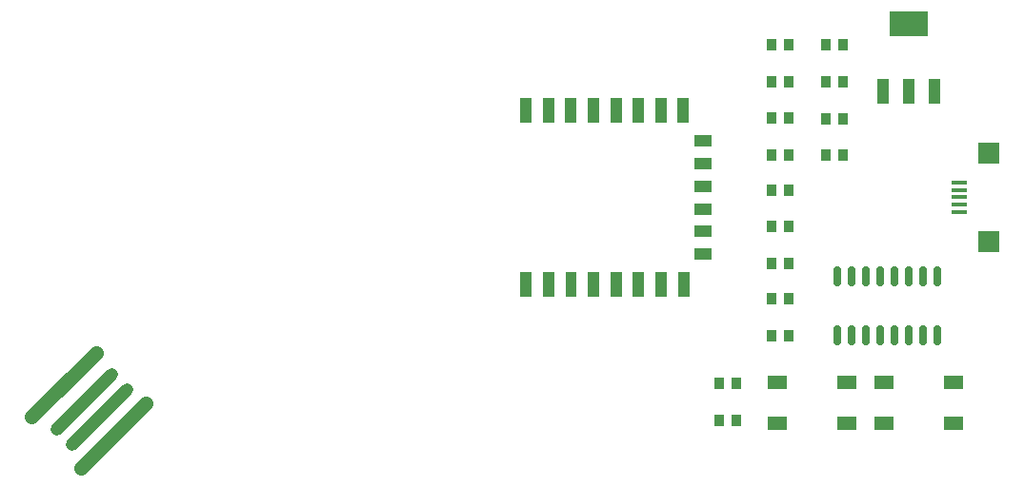
<source format=gtp>
G04 Layer: TopPasteMaskLayer*
G04 EasyEDA v6.3.21, 2020-02-02T17:40:02+08:00*
G04 1dbfad1c9a864778b0d2112e72029e1b,1a72cfc7dc544dba9386ef7e18e6054e,10*
G04 Gerber Generator version 0.2*
G04 Scale: 100 percent, Rotated: No, Reflected: No *
G04 Dimensions in inches *
G04 leading zeros omitted , absolute positions ,2 integer and 4 decimal *
%FSLAX24Y24*%
%MOIN*%
G90*
G70D02*

%ADD12C,0.051181*%
%ADD13C,0.043307*%
%ADD14C,0.027560*%
%ADD17R,0.070866X0.047240*%
%ADD18R,0.053150X0.015748*%
%ADD19R,0.074803X0.074803*%
%ADD20R,0.059055X0.039370*%
%ADD21R,0.039370X0.086614*%
%ADD22R,0.036610X0.038580*%
%ADD23R,0.137790X0.086614*%

%LPD*%
G54D12*
G01X904Y2711D02*
G01X3159Y4966D01*
G01X2644Y915D02*
G01X4899Y3170D01*
G54D13*
G01X1767Y2293D02*
G01X3688Y4214D01*
G01X2310Y1750D02*
G01X4231Y3671D01*
G54D14*
G01X29103Y5792D02*
G01X29103Y5359D01*
G01X31103Y5792D02*
G01X31103Y5359D01*
G01X31603Y5792D02*
G01X31603Y5359D01*
G01X30603Y5792D02*
G01X30603Y5359D01*
G01X30103Y5792D02*
G01X30103Y5359D01*
G01X30103Y7840D02*
G01X30103Y7407D01*
G01X31603Y7840D02*
G01X31603Y7407D01*
G01X31103Y7840D02*
G01X31103Y7407D01*
G01X30603Y7840D02*
G01X30603Y7407D01*
G01X32103Y7840D02*
G01X32103Y7407D01*
G01X32603Y7840D02*
G01X32603Y7407D01*
G01X32603Y5792D02*
G01X32603Y5359D01*
G01X32103Y5792D02*
G01X32103Y5359D01*
G01X29603Y7840D02*
G01X29603Y7407D01*
G01X29103Y7840D02*
G01X29103Y7407D01*
G01X29603Y5792D02*
G01X29603Y5359D01*
G54D17*
G01X30732Y3928D03*
G01X30732Y2471D03*
G01X33173Y3928D03*
G01X33173Y2471D03*
G01X26982Y3928D03*
G01X26982Y2471D03*
G01X29423Y3928D03*
G01X29423Y2471D03*
G54D18*
G01X33350Y9900D03*
G01X33350Y10153D03*
G01X33350Y10406D03*
G01X33350Y10659D03*
G01X33350Y10912D03*
G54D19*
G01X34403Y8845D03*
G01X34403Y11955D03*
G54D20*
G01X24400Y10787D03*
G01X24399Y11580D03*
G01X24397Y12373D03*
G01X24407Y8423D03*
G01X24401Y9208D03*
G01X24400Y10000D03*
G54D21*
G01X23710Y13452D03*
G01X22924Y13452D03*
G01X22136Y13452D03*
G01X21349Y13452D03*
G01X20561Y13452D03*
G36*
G01X19577Y13020D02*
G01X19577Y13886D01*
G01X19970Y13886D01*
G01X19970Y13020D01*
G01X19577Y13020D01*
G37*
G01X18986Y13452D03*
G01X18199Y13452D03*
G01X23715Y7347D03*
G36*
G01X22732Y6914D02*
G01X22732Y7780D01*
G01X23126Y7780D01*
G01X23126Y6914D01*
G01X22732Y6914D01*
G37*
G36*
G01X21943Y6914D02*
G01X21943Y7780D01*
G01X22337Y7780D01*
G01X22337Y6914D01*
G01X21943Y6914D01*
G37*
G01X21355Y7347D03*
G01X20569Y7347D03*
G36*
G01X19581Y6914D02*
G01X19581Y7781D01*
G01X19975Y7781D01*
G01X19975Y6914D01*
G01X19581Y6914D01*
G37*
G01X18993Y7347D03*
G01X18201Y7347D03*
G54D22*
G01X24950Y3898D03*
G01X25557Y3900D03*
G01X24950Y2598D03*
G01X25557Y2600D03*
G01X27407Y15749D03*
G01X26800Y15749D03*
G01X26800Y14449D03*
G01X27407Y14449D03*
G01X27407Y13199D03*
G01X26800Y13199D03*
G01X27407Y11899D03*
G01X26800Y11899D03*
G01X26800Y10649D03*
G01X27407Y10649D03*
G01X27407Y9399D03*
G01X26800Y9399D03*
G01X27407Y8099D03*
G01X26800Y8099D03*
G01X27407Y6849D03*
G01X26800Y6849D03*
G01X27407Y5549D03*
G01X26800Y5549D03*
G01X28700Y11898D03*
G01X29307Y11900D03*
G01X28700Y13148D03*
G01X29307Y13150D03*
G01X29307Y14450D03*
G01X28700Y14448D03*
G01X29307Y15750D03*
G01X28700Y15748D03*
G54D23*
G01X31603Y16481D03*
G54D21*
G01X31603Y14119D03*
G01X32508Y14119D03*
G01X30697Y14119D03*
M00*
M02*

</source>
